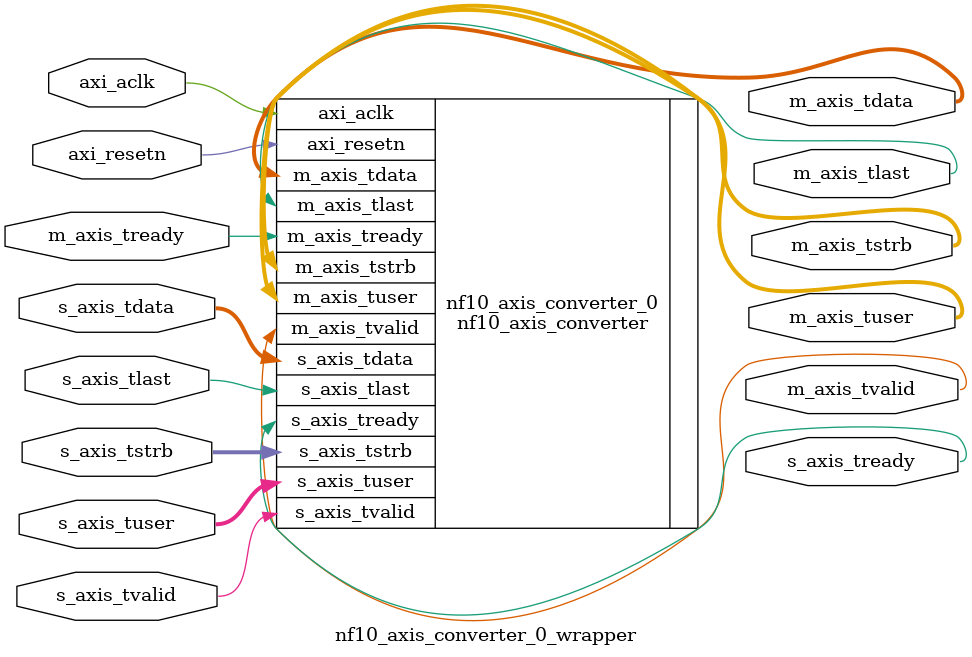
<source format=v>

module nf10_axis_converter_0_wrapper
  (
    axi_aclk,
    axi_resetn,
    m_axis_tdata,
    m_axis_tstrb,
    m_axis_tuser,
    m_axis_tvalid,
    m_axis_tready,
    m_axis_tlast,
    s_axis_tdata,
    s_axis_tstrb,
    s_axis_tuser,
    s_axis_tvalid,
    s_axis_tready,
    s_axis_tlast
  );
  input axi_aclk;
  input axi_resetn;
  output [255:0] m_axis_tdata;
  output [31:0] m_axis_tstrb;
  output [127:0] m_axis_tuser;
  output m_axis_tvalid;
  input m_axis_tready;
  output m_axis_tlast;
  input [63:0] s_axis_tdata;
  input [7:0] s_axis_tstrb;
  input [127:0] s_axis_tuser;
  input s_axis_tvalid;
  output s_axis_tready;
  input s_axis_tlast;

  nf10_axis_converter
    #(
      .C_M_AXIS_DATA_WIDTH ( 256 ),
      .C_S_AXIS_DATA_WIDTH ( 64 ),
      .C_M_AXIS_TUSER_WIDTH ( 128 ),
      .C_S_AXIS_TUSER_WIDTH ( 128 ),
      .C_LEN_WIDTH ( 16 ),
      .C_SPT_WIDTH ( 8 ),
      .C_DPT_WIDTH ( 8 ),
      .C_DEFAULT_VALUE_ENABLE ( 0 ),
      .C_DEFAULT_SRC_PORT ( 8'h00 ),
      .C_DEFAULT_DST_PORT ( 8'h00 )
    )
    nf10_axis_converter_0 (
      .axi_aclk ( axi_aclk ),
      .axi_resetn ( axi_resetn ),
      .m_axis_tdata ( m_axis_tdata ),
      .m_axis_tstrb ( m_axis_tstrb ),
      .m_axis_tuser ( m_axis_tuser ),
      .m_axis_tvalid ( m_axis_tvalid ),
      .m_axis_tready ( m_axis_tready ),
      .m_axis_tlast ( m_axis_tlast ),
      .s_axis_tdata ( s_axis_tdata ),
      .s_axis_tstrb ( s_axis_tstrb ),
      .s_axis_tuser ( s_axis_tuser ),
      .s_axis_tvalid ( s_axis_tvalid ),
      .s_axis_tready ( s_axis_tready ),
      .s_axis_tlast ( s_axis_tlast )
    );

endmodule


</source>
